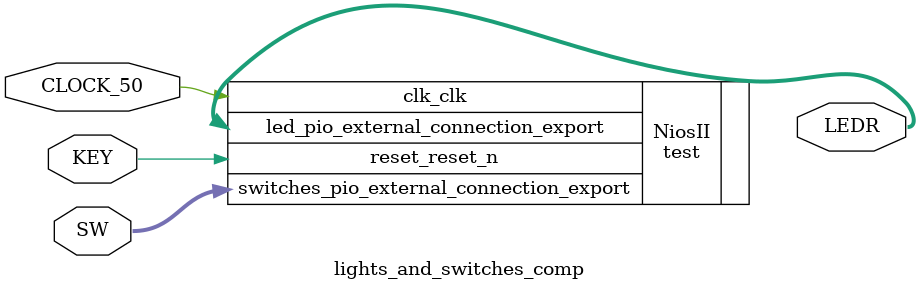
<source format=v>
module lights_and_switches_comp (CLOCK_50, SW, KEY, LEDR);
	input CLOCK_50;
	input [7:0] SW;
	input [0:0] KEY;
	output [7:0] LEDR;
// Instantiate the Nios II system module generated by the Qsys tool:
	test NiosII (
		.clk_clk(CLOCK_50),
		.reset_reset_n(KEY),
		.led_pio_external_connection_export(LEDR),
		.switches_pio_external_connection_export(SW)
	);
endmodule
</source>
